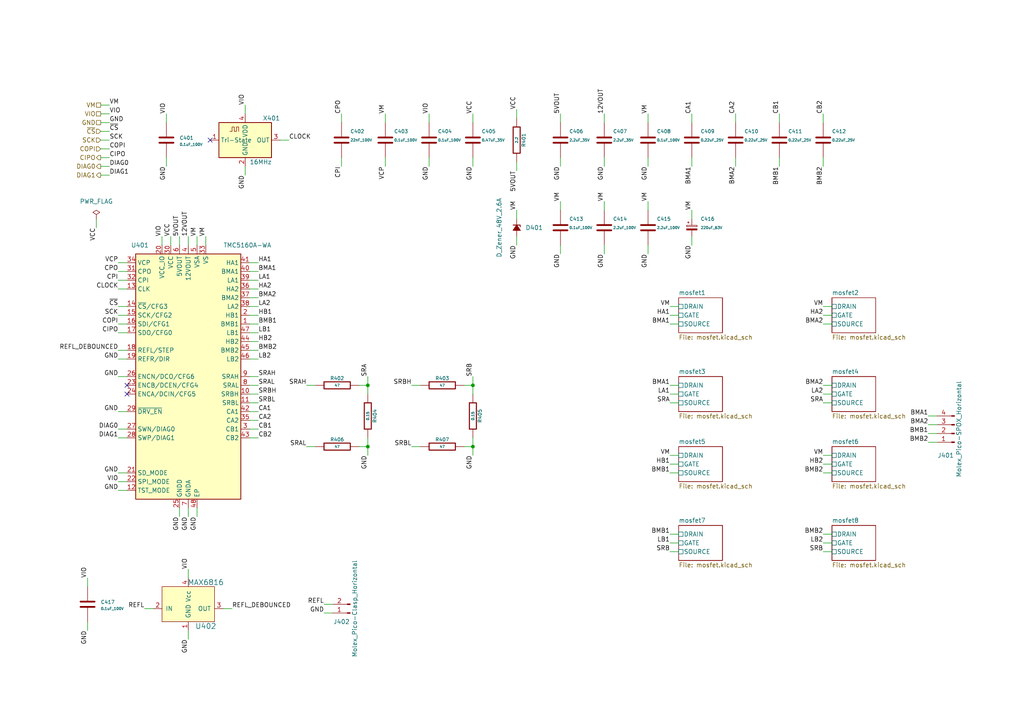
<source format=kicad_sch>
(kicad_sch (version 20230121) (generator eeschema)
  (paper "A4")
  (title_block (title "tmc5160-usb") (date "2024-05-10") (rev "1.0") (company "Howard Hughes Medical Institute"))
  (lib_symbols
    (symbol "Janelia:CP_220uF_50V_10.3x10.3mm_Hybrid_Antivib" (pin_numbers hide) (pin_names (offset 0.254) hide)
      (property "Reference" "C" (at 0.254 1.778 0))
      (property "Value" "220uF_63V" (at 0 0 0))
      (symbol "CP_220uF_50V_10.3x10.3mm_Hybrid_Antivib_0_1"
        (rectangle (start -1.524 -0.3048) (end 1.524 -0.6858) (fill (type outline)))
        (rectangle (start -1.524 0.6858) (end 1.524 0.3048))
        (polyline (pts (xy -1.27 1.524) (xy -0.762 1.524)))
        (polyline (pts (xy -1.016 1.27) (xy -1.016 1.778)))
      )
      (symbol "CP_220uF_50V_10.3x10.3mm_Hybrid_Antivib_1_1"
        (pin passive line (at 0 2.54 270) (length 1.8542) (name "~") (number "1"))
        (pin passive line (at 0 -2.54 90) (length 1.8542) (name "~") (number "2"))
      )
    )
    (symbol "Janelia:C_0.1uF_100V_0402" (pin_numbers hide) (pin_names (offset 0.254))
      (property "Reference" "C" (at 0 2.54 0))
      (property "Value" "0.1uF_100V" (at 0 0 0))
      (symbol "C_0.1uF_100V_0402_0_1"
        (polyline (pts (xy -2.032 -0.762) (xy 2.032 -0.762)) (stroke (width 0.508)))
        (polyline (pts (xy -2.032 0.762) (xy 2.032 0.762)) (stroke (width 0.508)))
      )
      (symbol "C_0.1uF_100V_0402_1_1"
        (pin passive line (at 0 5.08 270) (length 4.318) (name "~") (number "1"))
        (pin passive line (at 0 -5.08 90) (length 4.318) (name "~") (number "2"))
      )
    )
    (symbol "Janelia:C_0.22uF_25V_0402" (pin_numbers hide) (pin_names (offset 0.254))
      (property "Reference" "C" (at 0 2.54 0))
      (property "Value" "0.22uF_25V" (at 0 0 0))
      (symbol "C_0.22uF_25V_0402_0_1"
        (polyline (pts (xy -2.032 -0.762) (xy 2.032 -0.762)) (stroke (width 0.508)))
        (polyline (pts (xy -2.032 0.762) (xy 2.032 0.762)) (stroke (width 0.508)))
      )
      (symbol "C_0.22uF_25V_0402_1_1"
        (pin passive line (at 0 5.08 270) (length 4.318) (name "~") (number "1"))
        (pin passive line (at 0 -5.08 90) (length 4.318) (name "~") (number "2"))
      )
    )
    (symbol "Janelia:C_0.47uF_35V_0402" (pin_numbers hide) (pin_names (offset 0.254))
      (property "Reference" "C" (at 0 2.54 0))
      (property "Value" "0.47uF_35V" (at 0 0 0))
      (symbol "C_0.47uF_35V_0402_0_1"
        (polyline (pts (xy -2.032 -0.762) (xy 2.032 -0.762)) (stroke (width 0.508)))
        (polyline (pts (xy -2.032 0.762) (xy 2.032 0.762)) (stroke (width 0.508)))
      )
      (symbol "C_0.47uF_35V_0402_1_1"
        (pin passive line (at 0 5.08 270) (length 4.318) (name "~") (number "1"))
        (pin passive line (at 0 -5.08 90) (length 4.318) (name "~") (number "2"))
      )
    )
    (symbol "Janelia:C_2.2uF_100V_0805" (pin_numbers hide) (pin_names (offset 0.254))
      (property "Reference" "C" (at 0 2.54 0))
      (property "Value" "2.2uF_100V" (at 0 0 0))
      (symbol "C_2.2uF_100V_0805_0_1"
        (polyline (pts (xy -2.032 -0.762) (xy 2.032 -0.762)) (stroke (width 0.508)))
        (polyline (pts (xy -2.032 0.762) (xy 2.032 0.762)) (stroke (width 0.508)))
      )
      (symbol "C_2.2uF_100V_0805_1_1"
        (pin passive line (at 0 5.08 270) (length 4.318) (name "~") (number "1"))
        (pin passive line (at 0 -5.08 90) (length 4.318) (name "~") (number "2"))
      )
    )
    (symbol "Janelia:C_2.2uF_35V_0402" (pin_numbers hide) (pin_names (offset 0.254))
      (property "Reference" "C" (at 0 2.54 0))
      (property "Value" "2.2uF_35V" (at 0 0 0))
      (symbol "C_2.2uF_35V_0402_0_1"
        (polyline (pts (xy -2.032 -0.762) (xy 2.032 -0.762)) (stroke (width 0.508)))
        (polyline (pts (xy -2.032 0.762) (xy 2.032 0.762)) (stroke (width 0.508)))
      )
      (symbol "C_2.2uF_35V_0402_1_1"
        (pin passive line (at 0 5.08 270) (length 4.318) (name "~") (number "1"))
        (pin passive line (at 0 -5.08 90) (length 4.318) (name "~") (number "2"))
      )
    )
    (symbol "Janelia:C_22nF_100V_0603" (pin_numbers hide) (pin_names (offset 0.254))
      (property "Reference" "C" (at 0 2.54 0))
      (property "Value" "22nF_100V" (at 0 0 0))
      (symbol "C_22nF_100V_0603_0_1"
        (polyline (pts (xy -2.032 -0.762) (xy 2.032 -0.762)) (stroke (width 0.508)))
        (polyline (pts (xy -2.032 0.762) (xy 2.032 0.762)) (stroke (width 0.508)))
      )
      (symbol "C_22nF_100V_0603_1_1"
        (pin passive line (at 0 5.08 270) (length 4.318) (name "~") (number "1"))
        (pin passive line (at 0 -5.08 90) (length 4.318) (name "~") (number "2"))
      )
    )
    (symbol "Janelia:Conn_01x02_P1mm_Molex_Pico-Clasp-501330_Horizontal" (pin_names (offset 1.016) hide)
      (property "Reference" "J" (at 2.54 2.54 0))
      (property "Value" "Molex_Pico-Clasp_Horizontal" (at -1.27 -1.27 90))
      (symbol "Conn_01x02_P1mm_Molex_Pico-Clasp-501330_Horizontal_1_1"
        (polyline (pts (xy 1.27 -2.54) (xy 0.8636 -2.54)) (stroke (width 0.1524)))
        (polyline (pts (xy 1.27 0) (xy 0.8636 0)) (stroke (width 0.1524)))
        (rectangle (start 0.8636 -2.413) (end 0 -2.667) (stroke (width 0.1524)) (fill (type outline)))
        (rectangle (start 0.8636 0.127) (end 0 -0.127) (stroke (width 0.1524)) (fill (type outline)))
        (pin passive line (at 5.08 0 180) (length 3.81) (name "Pin_1") (number "1"))
        (pin passive line (at 5.08 -2.54 180) (length 3.81) (name "Pin_2") (number "2"))
      )
    )
    (symbol "Janelia:Conn_01x04_P1.5mm_Molex_Pico-SPOX-87438_Horizontal" (pin_names (offset 1.016) hide)
      (property "Reference" "J" (at 2.54 6.35 0))
      (property "Value" "Molex_Pico-SPOX_Horizontal" (at -1.27 -1.27 90))
      (symbol "Conn_01x04_P1.5mm_Molex_Pico-SPOX-87438_Horizontal_1_1"
        (polyline (pts (xy 1.27 -5.08) (xy 0.8636 -5.08)) (stroke (width 0.1524)))
        (polyline (pts (xy 1.27 -2.54) (xy 0.8636 -2.54)) (stroke (width 0.1524)))
        (polyline (pts (xy 1.27 0) (xy 0.8636 0)) (stroke (width 0.1524)))
        (polyline (pts (xy 1.27 2.54) (xy 0.8636 2.54)) (stroke (width 0.1524)))
        (rectangle (start 0.8636 -4.953) (end 0 -5.207) (stroke (width 0.1524)) (fill (type outline)))
        (rectangle (start 0.8636 -2.413) (end 0 -2.667) (stroke (width 0.1524)) (fill (type outline)))
        (rectangle (start 0.8636 0.127) (end 0 -0.127) (stroke (width 0.1524)) (fill (type outline)))
        (rectangle (start 0.8636 2.667) (end 0 2.413) (stroke (width 0.1524)) (fill (type outline)))
        (pin passive line (at 5.08 2.54 180) (length 3.81) (name "Pin_1") (number "1"))
        (pin passive line (at 5.08 0 180) (length 3.81) (name "Pin_2") (number "2"))
        (pin passive line (at 5.08 -2.54 180) (length 3.81) (name "Pin_3") (number "3"))
        (pin passive line (at 5.08 -5.08 180) (length 3.81) (name "Pin_4") (number "4"))
      )
    )
    (symbol "Janelia:D_Zener_48V_2.6A" (pin_numbers hide) (pin_names (offset 0.254) hide)
      (property "Reference" "D" (at 0 2.286 0))
      (property "Value" "D_Zener_48V_2.6A" (at 0 -2.286 0))
      (symbol "D_Zener_48V_2.6A_0_1"
        (polyline (pts (xy 0.762 0) (xy -0.762 0)))
        (polyline (pts (xy -0.254 1.016) (xy -0.762 1.016) (xy -0.762 -1.016)) (stroke (width 0.254)))
        (polyline (pts (xy 0.762 1.016) (xy -0.762 0) (xy 0.762 -1.016) (xy 0.762 1.016)) (stroke (width 0.254)) (fill (type outline)))
      )
      (symbol "D_Zener_48V_2.6A_1_1"
        (pin passive line (at -2.54 0 0) (length 1.778) (name "K") (number "1"))
        (pin passive line (at 2.54 0 180) (length 1.778) (name "A") (number "2"))
      )
    )
    (symbol "Janelia:MAX6816" (pin_names (offset 1.016))
      (property "Reference" "U" (at 5.08 -6.35 0))
      (property "Value" "MAX6816" (at 5.08 6.35 0))
      (symbol "MAX6816_1_1"
        (rectangle (start -7.62 5.08) (end 7.62 -5.08) (fill (type background)))
        (pin power_in line (at 0 -7.62 90) (length 2.54) (name "GND") (number "1"))
        (pin passive line (at -10.16 -1.27 0) (length 2.54) (name "IN") (number "2"))
        (pin output line (at 10.16 -1.27 180) (length 2.54) (name "OUT") (number "3"))
        (pin power_in line (at 0 7.62 270) (length 2.54) (name "Vcc") (number "4"))
      )
    )
    (symbol "Janelia:Oscillator_16MHz_ECS-2520S33"
      (property "Reference" "X" (at -5.08 6.35 0))
      (property "Value" "16MHz" (at 1.27 -6.35 0))
      (symbol "Oscillator_16MHz_ECS-2520S33_0_1"
        (rectangle (start -7.62 5.08) (end 7.62 -5.08) (stroke (width 0.254)) (fill (type background)))
        (polyline (pts (xy -4.445 2.54) (xy -3.81 2.54) (xy -3.81 3.81) (xy -3.175 3.81) (xy -3.175 2.54) (xy -2.54 2.54) (xy -2.54 3.81) (xy -1.905 3.81) (xy -1.905 2.54)))
      )
      (symbol "Oscillator_16MHz_ECS-2520S33_1_1"
        (pin input line (at -10.16 0 0) (length 2.54) (name "Tri-State") (number "1"))
        (pin power_in line (at 0 -7.62 90) (length 2.54) (name "GND") (number "2"))
        (pin output line (at 10.16 0 180) (length 2.54) (name "OUT") (number "3"))
        (pin power_in line (at 0 7.62 270) (length 2.54) (name "VDD") (number "4"))
      )
    )
    (symbol "Janelia:R_0.15_1W_1206_CS" (pin_numbers hide) (pin_names (offset 0))
      (property "Reference" "R" (at 2.032 0 90))
      (property "Value" "0.15" (at 0 0 90))
      (symbol "R_0.15_1W_1206_CS_0_1"
        (rectangle (start -1.016 3.81) (end 1.016 -3.81) (stroke (width 0.3048)))
      )
      (symbol "R_0.15_1W_1206_CS_1_1"
        (pin passive line (at 0 6.35 270) (length 2.54) (name "~") (number "1"))
        (pin passive line (at 0 -6.35 90) (length 2.54) (name "~") (number "2"))
      )
    )
    (symbol "Janelia:R_2.2_0402" (pin_numbers hide) (pin_names (offset 0))
      (property "Reference" "R" (at 2.032 0 90))
      (property "Value" "2.2" (at 0 0 90))
      (symbol "R_2.2_0402_0_1"
        (rectangle (start -1.016 3.81) (end 1.016 -3.81) (stroke (width 0.3048)))
      )
      (symbol "R_2.2_0402_1_1"
        (pin passive line (at 0 6.35 270) (length 2.54) (name "~") (number "1"))
        (pin passive line (at 0 -6.35 90) (length 2.54) (name "~") (number "2"))
      )
    )
    (symbol "Janelia:R_47_0.063W_0402" (pin_numbers hide) (pin_names (offset 0))
      (property "Reference" "R" (at 2.032 0 90))
      (property "Value" "47" (at 0 0 90))
      (symbol "R_47_0.063W_0402_0_1"
        (rectangle (start -1.016 3.81) (end 1.016 -3.81) (stroke (width 0.3048)))
      )
      (symbol "R_47_0.063W_0402_1_1"
        (pin passive line (at 0 6.35 270) (length 2.54) (name "~") (number "1"))
        (pin passive line (at 0 -6.35 90) (length 2.54) (name "~") (number "2"))
      )
    )
    (symbol "Janelia:TMC5160A-WA"
      (property "Reference" "U" (at -11.43 38.1 0))
      (property "Value" "TMC5160A-WA" (at 10.16 38.1 0))
      (symbol "TMC5160A-WA_1_0"
        (rectangle (start -15.24 -35.56) (end 15.24 35.56) (stroke (width 0.254)) (fill (type background)))
      )
      (symbol "TMC5160A-WA_1_1"
        (pin passive line (at 17.78 15.24 180) (length 2.54) (name "BMB1") (number "1"))
        (pin passive line (at 17.78 -5.08 180) (length 2.54) (name "SRBH") (number "10"))
        (pin passive line (at 17.78 -7.62 180) (length 2.54) (name "SRBL") (number "11"))
        (pin input line (at -17.78 -33.02 0) (length 2.54) (name "TST_MODE") (number "12"))
        (pin input line (at -17.78 25.4 0) (length 2.54) (name "CLK") (number "13"))
        (pin input line (at -17.78 20.32 0) (length 2.54) (name "~{CS}/CFG3") (number "14"))
        (pin input line (at -17.78 17.78 0) (length 2.54) (name "SCK/CFG2") (number "15"))
        (pin input line (at -17.78 15.24 0) (length 2.54) (name "SDI/CFG1") (number "16"))
        (pin bidirectional line (at -17.78 12.7 0) (length 2.54) (name "SDO/CFG0") (number "17"))
        (pin input line (at -17.78 7.62 0) (length 2.54) (name "REFL/STEP") (number "18"))
        (pin input line (at -17.78 5.08 0) (length 2.54) (name "REFR/DIR") (number "19"))
        (pin output line (at 17.78 17.78 180) (length 2.54) (name "HB1") (number "2"))
        (pin power_in line (at -7.62 38.1 270) (length 2.54) (name "VCC_IO") (number "20"))
        (pin input line (at -17.78 -27.94 0) (length 2.54) (name "SD_MODE") (number "21"))
        (pin input line (at -17.78 -30.48 0) (length 2.54) (name "SPI_MODE") (number "22"))
        (pin input line (at -17.78 -2.54 0) (length 2.54) (name "ENCB/DCEN/CFG4") (number "23"))
        (pin input line (at -17.78 -5.08 0) (length 2.54) (name "ENCA/DCIN/CFG5") (number "24"))
        (pin power_in line (at -2.54 -38.1 90) (length 2.54) (name "GNDD") (number "25"))
        (pin bidirectional line (at -17.78 0 0) (length 2.54) (name "ENCN/DCO/CFG6") (number "26"))
        (pin bidirectional line (at -17.78 -15.24 0) (length 2.54) (name "SWN/DIAG0") (number "27"))
        (pin bidirectional line (at -17.78 -17.78 0) (length 2.54) (name "SWP/DIAG1") (number "28"))
        (pin input line (at -17.78 -10.16 0) (length 2.54) (name "~{DRV_EN}") (number "29"))
        (pin passive line (at 17.78 -15.24 180) (length 2.54) (name "CB1") (number "3"))
        (pin power_in line (at -5.08 38.1 270) (length 2.54) (name "VCC") (number "30"))
        (pin passive line (at -17.78 30.48 0) (length 2.54) (name "CPO") (number "31"))
        (pin passive line (at -17.78 27.94 0) (length 2.54) (name "CPI") (number "32"))
        (pin power_in line (at 5.08 38.1 270) (length 2.54) (name "VS") (number "33"))
        (pin passive line (at -17.78 33.02 0) (length 2.54) (name "VCP") (number "34"))
        (pin passive line (at 17.78 -12.7 180) (length 2.54) (name "CA2") (number "35"))
        (pin output line (at 17.78 25.4 180) (length 2.54) (name "HA2") (number "36"))
        (pin passive line (at 17.78 22.86 180) (length 2.54) (name "BMA2") (number "37"))
        (pin output line (at 17.78 20.32 180) (length 2.54) (name "LA2") (number "38"))
        (pin output line (at 17.78 27.94 180) (length 2.54) (name "LA1") (number "39"))
        (pin power_out line (at 0 38.1 270) (length 2.54) (name "12VOUT") (number "4"))
        (pin passive line (at 17.78 30.48 180) (length 2.54) (name "BMA1") (number "40"))
        (pin output line (at 17.78 33.02 180) (length 2.54) (name "HA1") (number "41"))
        (pin passive line (at 17.78 -10.16 180) (length 2.54) (name "CA1") (number "42"))
        (pin passive line (at 17.78 -17.78 180) (length 2.54) (name "CB2") (number "43"))
        (pin output line (at 17.78 10.16 180) (length 2.54) (name "HB2") (number "44"))
        (pin passive line (at 17.78 7.62 180) (length 2.54) (name "BMB2") (number "45"))
        (pin output line (at 17.78 5.08 180) (length 2.54) (name "LB2") (number "46"))
        (pin output line (at 17.78 12.7 180) (length 2.54) (name "LB1") (number "47"))
        (pin power_in line (at 2.54 -38.1 90) (length 2.54) (name "EP") (number "48"))
        (pin power_in line (at 2.54 38.1 270) (length 2.54) (name "VSA") (number "5"))
        (pin power_out line (at -2.54 38.1 270) (length 2.54) (name "5VOUT") (number "6"))
        (pin power_in line (at 0 -38.1 90) (length 2.54) (name "GNDA") (number "7"))
        (pin passive line (at 17.78 -2.54 180) (length 2.54) (name "SRAL") (number "8"))
        (pin passive line (at 17.78 0 180) (length 2.54) (name "SRAH") (number "9"))
      )
    )
    (symbol "power:PWR_FLAG" (power) (pin_numbers hide) (pin_names (offset 0) hide)
      (property "Value" "PWR_FLAG" (at 0 3.81 0))
      (symbol "PWR_FLAG_0_0"
        (pin power_out line (at 0 0 90) (length 0) (name "pwr") (number "1"))
      )
      (symbol "PWR_FLAG_0_1"
        (polyline (pts (xy 0 0) (xy 0 1.27) (xy -1.016 1.905) (xy 0 2.54) (xy 1.016 1.905) (xy 0 1.27)))
      )
    )
  )
  (junction (at 106.68 111.76))
  (junction (at 137.16 129.54))
  (junction (at 137.16 111.76))
  (junction (at 106.68 129.54))
  (no_connect (at 36.83 114.3))
  (no_connect (at 60.96 40.64))
  (no_connect (at 36.83 111.76))
  (wire (pts (xy 194.31 132.08) (xy 196.85 132.08)))
  (wire (pts (xy 44.45 176.53) (xy 41.91 176.53)))
  (wire (pts (xy 72.39 93.98) (xy 74.93 93.98)))
  (wire (pts (xy 25.4 170.18) (xy 25.4 167.64)))
  (wire (pts (xy 238.76 93.98) (xy 241.3 93.98)))
  (wire (pts (xy 59.69 71.12) (xy 59.69 68.58)))
  (wire (pts (xy 106.68 114.3) (xy 106.68 111.76)))
  (wire (pts (xy 238.76 134.62) (xy 241.3 134.62)))
  (wire (pts (xy 72.39 88.9) (xy 74.93 88.9)))
  (wire (pts (xy 72.39 114.3) (xy 74.93 114.3)))
  (wire (pts (xy 175.26 60.96) (xy 175.26 58.42)))
  (wire (pts (xy 54.61 147.32) (xy 54.61 149.86)))
  (wire (pts (xy 194.31 160.02) (xy 196.85 160.02)))
  (wire (pts (xy 194.31 134.62) (xy 196.85 134.62)))
  (wire (pts (xy 111.76 35.56) (xy 111.76 33.02)))
  (wire (pts (xy 29.21 35.56) (xy 31.75 35.56)))
  (wire (pts (xy 72.39 81.28) (xy 74.93 81.28)))
  (wire (pts (xy 194.31 116.84) (xy 196.85 116.84)))
  (wire (pts (xy 194.31 111.76) (xy 196.85 111.76)))
  (wire (pts (xy 96.52 175.26) (xy 93.98 175.26)))
  (wire (pts (xy 29.21 50.8) (xy 31.75 50.8)))
  (wire (pts (xy 36.83 109.22) (xy 34.29 109.22)))
  (wire (pts (xy 187.96 71.12) (xy 187.96 73.66)))
  (wire (pts (xy 238.76 137.16) (xy 241.3 137.16)))
  (wire (pts (xy 106.68 129.54) (xy 106.68 132.08)))
  (wire (pts (xy 124.46 35.56) (xy 124.46 33.02)))
  (wire (pts (xy 269.24 123.19) (xy 271.78 123.19)))
  (wire (pts (xy 27.94 63.5) (xy 27.94 66.04)))
  (wire (pts (xy 194.31 93.98) (xy 196.85 93.98)))
  (wire (pts (xy 175.26 45.72) (xy 175.26 48.26)))
  (wire (pts (xy 29.21 48.26) (xy 31.75 48.26)))
  (wire (pts (xy 72.39 76.2) (xy 74.93 76.2)))
  (wire (pts (xy 72.39 109.22) (xy 74.93 109.22)))
  (wire (pts (xy 134.62 129.54) (xy 137.16 129.54)))
  (wire (pts (xy 104.14 111.76) (xy 106.68 111.76)))
  (wire (pts (xy 162.56 35.56) (xy 162.56 33.02)))
  (wire (pts (xy 29.21 43.18) (xy 31.75 43.18)))
  (wire (pts (xy 36.83 81.28) (xy 34.29 81.28)))
  (wire (pts (xy 238.76 116.84) (xy 241.3 116.84)))
  (wire (pts (xy 52.07 147.32) (xy 52.07 149.86)))
  (wire (pts (xy 36.83 83.82) (xy 34.29 83.82)))
  (wire (pts (xy 162.56 45.72) (xy 162.56 48.26)))
  (wire (pts (xy 96.52 177.8) (xy 93.98 177.8)))
  (wire (pts (xy 194.31 88.9) (xy 196.85 88.9)))
  (wire (pts (xy 54.61 182.88) (xy 54.61 185.42)))
  (wire (pts (xy 46.99 71.12) (xy 46.99 68.58)))
  (wire (pts (xy 137.16 114.3) (xy 137.16 111.76)))
  (wire (pts (xy 54.61 71.12) (xy 54.61 68.58)))
  (wire (pts (xy 36.83 142.24) (xy 34.29 142.24)))
  (wire (pts (xy 29.21 38.1) (xy 31.75 38.1)))
  (wire (pts (xy 72.39 91.44) (xy 74.93 91.44)))
  (wire (pts (xy 149.86 63.5) (xy 149.86 60.96)))
  (wire (pts (xy 71.12 33.02) (xy 71.12 30.48)))
  (wire (pts (xy 137.16 129.54) (xy 137.16 132.08)))
  (wire (pts (xy 194.31 114.3) (xy 196.85 114.3)))
  (wire (pts (xy 36.83 104.14) (xy 34.29 104.14)))
  (wire (pts (xy 36.83 137.16) (xy 34.29 137.16)))
  (wire (pts (xy 106.68 111.76) (xy 106.68 109.22)))
  (wire (pts (xy 137.16 127) (xy 137.16 129.54)))
  (wire (pts (xy 72.39 101.6) (xy 74.93 101.6)))
  (wire (pts (xy 72.39 121.92) (xy 74.93 121.92)))
  (wire (pts (xy 72.39 111.76) (xy 74.93 111.76)))
  (wire (pts (xy 238.76 157.48) (xy 241.3 157.48)))
  (wire (pts (xy 134.62 111.76) (xy 137.16 111.76)))
  (wire (pts (xy 106.68 127) (xy 106.68 129.54)))
  (wire (pts (xy 72.39 78.74) (xy 74.93 78.74)))
  (wire (pts (xy 81.28 40.64) (xy 83.82 40.64)))
  (wire (pts (xy 48.26 35.56) (xy 48.26 33.02)))
  (wire (pts (xy 71.12 48.26) (xy 71.12 50.8)))
  (wire (pts (xy 99.06 35.56) (xy 99.06 33.02)))
  (wire (pts (xy 25.4 180.34) (xy 25.4 182.88)))
  (wire (pts (xy 36.83 124.46) (xy 34.29 124.46)))
  (wire (pts (xy 213.36 35.56) (xy 213.36 33.02)))
  (wire (pts (xy 238.76 114.3) (xy 241.3 114.3)))
  (wire (pts (xy 36.83 119.38) (xy 34.29 119.38)))
  (wire (pts (xy 137.16 111.76) (xy 137.16 109.22)))
  (wire (pts (xy 72.39 127) (xy 74.93 127)))
  (wire (pts (xy 162.56 60.96) (xy 162.56 58.42)))
  (wire (pts (xy 72.39 119.38) (xy 74.93 119.38)))
  (wire (pts (xy 36.83 76.2) (xy 34.29 76.2)))
  (wire (pts (xy 29.21 45.72) (xy 31.75 45.72)))
  (wire (pts (xy 200.66 68.58) (xy 200.66 71.12)))
  (wire (pts (xy 99.06 45.72) (xy 99.06 48.26)))
  (wire (pts (xy 162.56 71.12) (xy 162.56 73.66)))
  (wire (pts (xy 91.44 111.76) (xy 88.9 111.76)))
  (wire (pts (xy 72.39 124.46) (xy 74.93 124.46)))
  (wire (pts (xy 238.76 88.9) (xy 241.3 88.9)))
  (wire (pts (xy 194.31 91.44) (xy 196.85 91.44)))
  (wire (pts (xy 194.31 154.94) (xy 196.85 154.94)))
  (wire (pts (xy 57.15 71.12) (xy 57.15 68.58)))
  (wire (pts (xy 57.15 147.32) (xy 57.15 149.86)))
  (wire (pts (xy 36.83 93.98) (xy 34.29 93.98)))
  (wire (pts (xy 226.06 35.56) (xy 226.06 33.02)))
  (wire (pts (xy 121.92 111.76) (xy 119.38 111.76)))
  (wire (pts (xy 64.77 176.53) (xy 67.31 176.53)))
  (wire (pts (xy 29.21 30.48) (xy 31.75 30.48)))
  (wire (pts (xy 175.26 71.12) (xy 175.26 73.66)))
  (wire (pts (xy 238.76 91.44) (xy 241.3 91.44)))
  (wire (pts (xy 149.86 34.29) (xy 149.86 31.75)))
  (wire (pts (xy 226.06 48.26) (xy 226.06 45.72)))
  (wire (pts (xy 238.76 48.26) (xy 238.76 45.72)))
  (wire (pts (xy 149.86 46.99) (xy 149.86 49.53)))
  (wire (pts (xy 104.14 129.54) (xy 106.68 129.54)))
  (wire (pts (xy 238.76 132.08) (xy 241.3 132.08)))
  (wire (pts (xy 149.86 68.58) (xy 149.86 71.12)))
  (wire (pts (xy 36.83 101.6) (xy 34.29 101.6)))
  (wire (pts (xy 36.83 91.44) (xy 34.29 91.44)))
  (wire (pts (xy 200.66 63.5) (xy 200.66 60.96)))
  (wire (pts (xy 175.26 35.56) (xy 175.26 33.02)))
  (wire (pts (xy 36.83 78.74) (xy 34.29 78.74)))
  (wire (pts (xy 72.39 104.14) (xy 74.93 104.14)))
  (wire (pts (xy 48.26 45.72) (xy 48.26 48.26)))
  (wire (pts (xy 36.83 88.9) (xy 34.29 88.9)))
  (wire (pts (xy 72.39 83.82) (xy 74.93 83.82)))
  (wire (pts (xy 72.39 99.06) (xy 74.93 99.06)))
  (wire (pts (xy 36.83 139.7) (xy 34.29 139.7)))
  (wire (pts (xy 269.24 120.65) (xy 271.78 120.65)))
  (wire (pts (xy 187.96 35.56) (xy 187.96 33.02)))
  (wire (pts (xy 36.83 96.52) (xy 34.29 96.52)))
  (wire (pts (xy 187.96 45.72) (xy 187.96 48.26)))
  (wire (pts (xy 54.61 167.64) (xy 54.61 165.1)))
  (wire (pts (xy 111.76 45.72) (xy 111.76 48.26)))
  (wire (pts (xy 124.46 45.72) (xy 124.46 48.26)))
  (wire (pts (xy 72.39 86.36) (xy 74.93 86.36)))
  (wire (pts (xy 121.92 129.54) (xy 119.38 129.54)))
  (wire (pts (xy 137.16 45.72) (xy 137.16 48.26)))
  (wire (pts (xy 137.16 35.56) (xy 137.16 33.02)))
  (wire (pts (xy 29.21 40.64) (xy 31.75 40.64)))
  (wire (pts (xy 269.24 128.27) (xy 271.78 128.27)))
  (wire (pts (xy 200.66 48.26) (xy 200.66 45.72)))
  (wire (pts (xy 52.07 71.12) (xy 52.07 68.58)))
  (wire (pts (xy 187.96 60.96) (xy 187.96 58.42)))
  (wire (pts (xy 29.21 33.02) (xy 31.75 33.02)))
  (wire (pts (xy 49.53 71.12) (xy 49.53 68.58)))
  (wire (pts (xy 72.39 96.52) (xy 74.93 96.52)))
  (wire (pts (xy 213.36 48.26) (xy 213.36 45.72)))
  (wire (pts (xy 238.76 35.56) (xy 238.76 33.02)))
  (wire (pts (xy 194.31 157.48) (xy 196.85 157.48)))
  (wire (pts (xy 238.76 111.76) (xy 241.3 111.76)))
  (wire (pts (xy 200.66 35.56) (xy 200.66 33.02)))
  (wire (pts (xy 238.76 160.02) (xy 241.3 160.02)))
  (wire (pts (xy 91.44 129.54) (xy 88.9 129.54)))
  (wire (pts (xy 238.76 154.94) (xy 241.3 154.94)))
  (wire (pts (xy 269.24 125.73) (xy 271.78 125.73)))
  (wire (pts (xy 72.39 116.84) (xy 74.93 116.84)))
  (wire (pts (xy 194.31 137.16) (xy 196.85 137.16)))
  (wire (pts (xy 36.83 127) (xy 34.29 127)))
  (label "VIO" (at 71.12 30.48 90))
  (label "SRBL" (at 119.38 129.54 180))
  (label "BMB1" (at 226.06 48.26 270))
  (label "HB2" (at 238.76 134.62 180))
  (label "SCK" (at 34.29 91.44 180))
  (label "VM" (at 59.69 68.58 90))
  (label "VIO" (at 48.26 33.02 90))
  (label "SRAH" (at 88.9 111.76 180))
  (label "GND" (at 200.66 71.12 270))
  (label "BMA1" (at 200.66 48.26 270))
  (label "GND" (at 34.29 104.14 180))
  (label "GND" (at 34.29 137.16 180))
  (label "CB2" (at 238.76 33.02 90))
  (label "BMA2" (at 74.93 86.36 0))
  (label "BMA1" (at 269.24 120.65 180))
  (label "VCC" (at 137.16 33.02 90))
  (label "VM" (at 149.86 60.96 90))
  (label "SRB" (at 238.76 160.02 180))
  (label "CB1" (at 226.06 33.02 90))
  (label "SRA" (at 238.76 116.84 180))
  (label "VIO" (at 31.75 33.02 0))
  (label "VCC" (at 149.86 31.75 90))
  (label "SRBH" (at 74.93 114.3 0))
  (label "VM" (at 200.66 60.96 90))
  (label "BMB1" (at 194.31 137.16 180))
  (label "LA1" (at 194.31 114.3 180))
  (label "VIO" (at 25.4 167.64 90))
  (label "CB1" (at 74.93 124.46 0))
  (label "GND" (at 34.29 142.24 180))
  (label "GND" (at 175.26 73.66 270))
  (label "GND" (at 149.86 71.12 270))
  (label "BMB1" (at 194.31 154.94 180))
  (label "GND" (at 187.96 73.66 270))
  (label "VIO" (at 54.61 165.1 90))
  (label "GND" (at 137.16 132.08 270))
  (label "COPI" (at 34.29 93.98 180))
  (label "BMA2" (at 213.36 48.26 270))
  (label "VM" (at 194.31 88.9 180))
  (label "DIAG1" (at 34.29 127 180))
  (label "BMA1" (at 194.31 111.76 180))
  (label "GND" (at 34.29 119.38 180))
  (label "LB2" (at 74.93 104.14 0))
  (label "CIPO" (at 34.29 96.52 180))
  (label "LB1" (at 74.93 96.52 0))
  (label "VM" (at 57.15 68.58 90))
  (label "LA2" (at 238.76 114.3 180))
  (label "~{CS}" (at 34.29 88.9 180))
  (label "VM" (at 194.31 132.08 180))
  (label "REFL_DEBOUNCED" (at 34.29 101.6 180))
  (label "5VOUT" (at 149.86 49.53 270))
  (label "BMA1" (at 194.31 93.98 180))
  (label "GND" (at 34.29 109.22 180))
  (label "CA2" (at 213.36 33.02 90))
  (label "GND" (at 106.68 132.08 270))
  (label "CIPO" (at 31.75 45.72 0))
  (label "CPI" (at 99.06 48.26 270))
  (label "BMB2" (at 238.76 48.26 270))
  (label "GND" (at 25.4 182.88 270))
  (label "VM" (at 31.75 30.48 0))
  (label "GND" (at 175.26 48.26 270))
  (label "SRBL" (at 74.93 116.84 0))
  (label "GND" (at 54.61 149.86 270))
  (label "GND" (at 187.96 48.26 270))
  (label "SRAL" (at 74.93 111.76 0))
  (label "12VOUT" (at 175.26 33.02 90))
  (label "COPI" (at 31.75 43.18 0))
  (label "BMA2" (at 269.24 123.19 180))
  (label "SRAH" (at 74.93 109.22 0))
  (label "HA1" (at 194.31 91.44 180))
  (label "GND" (at 162.56 73.66 270))
  (label "GND" (at 162.56 48.26 270))
  (label "BMB1" (at 269.24 125.73 180))
  (label "REFL_DEBOUNCED" (at 67.31 176.53 0))
  (label "DIAG1" (at 31.75 50.8 0))
  (label "VM" (at 238.76 132.08 180))
  (label "CA2" (at 74.93 121.92 0))
  (label "SRA" (at 194.31 116.84 180))
  (label "DIAG0" (at 34.29 124.46 180))
  (label "GND" (at 54.61 185.42 270))
  (label "SRB" (at 137.16 109.22 90))
  (label "HB2" (at 74.93 99.06 0))
  (label "GND" (at 48.26 48.26 270))
  (label "GND" (at 71.12 50.8 270))
  (label "DIAG0" (at 31.75 48.26 0))
  (label "VIO" (at 124.46 33.02 90))
  (label "LB1" (at 194.31 157.48 180))
  (label "HB1" (at 74.93 91.44 0))
  (label "BMB1" (at 74.93 93.98 0))
  (label "BMB2" (at 74.93 101.6 0))
  (label "GND" (at 93.98 177.8 180))
  (label "VCC" (at 49.53 68.58 90))
  (label "VM" (at 162.56 58.42 90))
  (label "VM" (at 187.96 58.42 90))
  (label "VM" (at 111.76 33.02 90))
  (label "VIO" (at 34.29 139.7 180))
  (label "CPO" (at 99.06 33.02 90))
  (label "~{CS}" (at 31.75 38.1 0))
  (label "VCC" (at 27.94 66.04 270))
  (label "CA1" (at 74.93 119.38 0))
  (label "VM" (at 175.26 58.42 90))
  (label "BMA2" (at 238.76 111.76 180))
  (label "GND" (at 57.15 149.86 270))
  (label "BMB2" (at 238.76 154.94 180))
  (label "BMA2" (at 238.76 93.98 180))
  (label "GND" (at 31.75 35.56 0))
  (label "REFL" (at 41.91 176.53 180))
  (label "BMA1" (at 74.93 78.74 0))
  (label "HA1" (at 74.93 76.2 0))
  (label "BMB2" (at 238.76 137.16 180))
  (label "SRB" (at 194.31 160.02 180))
  (label "LA1" (at 74.93 81.28 0))
  (label "SRAL" (at 88.9 129.54 180))
  (label "SCK" (at 31.75 40.64 0))
  (label "CA1" (at 200.66 33.02 90))
  (label "CPO" (at 34.29 78.74 180))
  (label "12VOUT" (at 54.61 68.58 90))
  (label "GND" (at 124.46 48.26 270))
  (label "VM" (at 238.76 88.9 180))
  (label "REFL" (at 93.98 175.26 180))
  (label "CB2" (at 74.93 127 0))
  (label "CLOCK" (at 34.29 83.82 180))
  (label "HB1" (at 194.31 134.62 180))
  (label "HA2" (at 74.93 83.82 0))
  (label "5VOUT" (at 52.07 68.58 90))
  (label "CLOCK" (at 83.82 40.64 0))
  (label "GND" (at 137.16 48.26 270))
  (label "VIO" (at 46.99 68.58 90))
  (label "VCP" (at 111.76 48.26 270))
  (label "BMB2" (at 269.24 128.27 180))
  (label "LB2" (at 238.76 157.48 180))
  (label "VCP" (at 34.29 76.2 180))
  (label "LA2" (at 74.93 88.9 0))
  (label "VM" (at 187.96 33.02 90))
  (label "GND" (at 52.07 149.86 270))
  (label "CPI" (at 34.29 81.28 180))
  (label "HA2" (at 238.76 91.44 180))
  (label "SRA" (at 106.68 109.22 90))
  (label "5VOUT" (at 162.56 33.02 90))
  (label "SRBH" (at 119.38 111.76 180))
  (hierarchical_label "DIAG0" (shape output) (at 29.21 48.26 180))
  (hierarchical_label "VIO" (shape passive) (at 29.21 33.02 180))
  (hierarchical_label "DIAG1" (shape output) (at 29.21 50.8 180))
  (hierarchical_label "VM" (shape passive) (at 29.21 30.48 180))
  (hierarchical_label "CIPO" (shape output) (at 29.21 45.72 180))
  (hierarchical_label "COPI" (shape input) (at 29.21 43.18 180))
  (hierarchical_label "GND" (shape passive) (at 29.21 35.56 180))
  (hierarchical_label "~{CS}" (shape input) (at 29.21 38.1 180))
  (hierarchical_label "SCK" (shape input) (at 29.21 40.64 180))
  (symbol (lib_id "Janelia:C_0.22uF_25V_0402") (at 226.06 40.64 0) (unit 1)
    (property "Reference" "C411" (at 228.6 38.1 0) (effects (font (size 1.016 1.016)) (justify left)))
    (property "Value" "0.22uF_25V" (at 228.6 40.64 0) (effects (font (size 0.762 0.762)) (justify left)))
    (property "Footprint" "Janelia:C_0402_1005Metric" (effects hide))
    (property "Vendor" "Digi-Key" (effects hide))
    (property "Vendor Part Number" "490-12245-1-ND" (effects hide))
    (property "Manufacturer" "Murata Electronics" (effects hide))
    (property "Manufacturer Part Number" "GRT155C81E224KE01D" (effects hide))
    (property "Package" "0402" (effects hide))
    (property "Synopsis" "CAP CER 0.22UF 25V X6S" (effects hide))
    (property "LCSC" "C126623" (effects hide))
  )
  (symbol (lib_id "Janelia:R_47_0.063W_0402") (at 97.79 129.54 90) (unit 1)
    (property "Reference" "R406" (at 97.79 127.508 90) (effects (font (size 1.016 1.016))))
    (property "Value" "47" (at 97.79 129.54 90) (effects (font (size 0.762 0.762))))
    (property "Footprint" "Janelia:R_0402_1005Metric" (effects hide))
    (property "Vendor" "Digi-Key" (effects hide))
    (property "Vendor Part Number" "RMCF0402FT47R0CT-ND" (effects hide))
    (property "Package" "0402" (effects hide))
    (property "Manufacturer" "Stackpole Electronics Inc" (effects hide))
    (property "Manufacturer Part Number" "RMCF0402FT47R0" (effects hide))
    (property "Synopsis" "RES 47 OHM 1% 1/16W" (effects hide))
    (property "LCSC" "C2479306" (effects hide))
  )
  (symbol (lib_id "Janelia:C_0.1uF_100V_0402") (at 187.96 40.64 0) (unit 1)
    (property "Reference" "C408" (at 190.5 38.1 0) (effects (font (size 1.016 1.016)) (justify left)))
    (property "Value" "0.1uF_100V" (at 190.5 40.64 0) (effects (font (size 0.762 0.762)) (justify left)))
    (property "Footprint" "Janelia:C_0402_1005Metric" (effects hide))
    (property "Vendor" "Digi-Key" (effects hide))
    (property "Vendor Part Number" "490-10458-1-ND" (effects hide))
    (property "Manufacturer" "Murata Electronics" (effects hide))
    (property "Manufacturer Part Number" "GRM155R62A104KE14D" (effects hide))
    (property "Package" "0402" (effects hide))
    (property "Synopsis" "CAP CER 0.1UF 100V X5R" (effects hide))
    (property "LCSC" "C162178" (effects hide))
  )
  (symbol (lib_id "Janelia:C_0.22uF_25V_0402") (at 200.66 40.64 0) (unit 1)
    (property "Reference" "C409" (at 203.2 38.1 0) (effects (font (size 1.016 1.016)) (justify left)))
    (property "Value" "0.22uF_25V" (at 203.2 40.64 0) (effects (font (size 0.762 0.762)) (justify left)))
    (property "Footprint" "Janelia:C_0402_1005Metric" (effects hide))
    (property "Vendor" "Digi-Key" (effects hide))
    (property "Vendor Part Number" "490-12245-1-ND" (effects hide))
    (property "Manufacturer" "Murata Electronics" (effects hide))
    (property "Manufacturer Part Number" "GRT155C81E224KE01D" (effects hide))
    (property "Package" "0402" (effects hide))
    (property "Synopsis" "CAP CER 0.22UF 25V X6S" (effects hide))
    (property "LCSC" "C126623" (effects hide))
  )
  (symbol (lib_id "Janelia:C_2.2uF_35V_0402") (at 162.56 40.64 0) (unit 1)
    (property "Reference" "C406" (at 165.1 38.1 0) (effects (font (size 1.016 1.016)) (justify left)))
    (property "Value" "2.2uF_35V" (at 165.1 40.64 0) (effects (font (size 0.762 0.762)) (justify left)))
    (property "Footprint" "Janelia:C_0402_1005Metric" (effects hide))
    (property "Vendor" "Digi-Key" (effects hide))
    (property "Vendor Part Number" "445-9028-1-ND" (effects hide))
    (property "Package" "0402" (effects hide))
    (property "Manufacturer" "TDK Corporation" (effects hide))
    (property "Manufacturer Part Number" "C1005X5R1V225K050BC" (effects hide))
    (property "Synopsis" "CAP CER 2.2UF 35V X5R" (effects hide))
    (property "LCSC" "C2167643" (effects hide))
  )
  (symbol (lib_id "Janelia:Conn_01x04_P1.5mm_Molex_Pico-SPOX-87438_Horizontal") (at 276.86 125.73 180) (unit 1)
    (property "Reference" "J401" (at 274.32 132.08 0))
    (property "Value" "Molex_Pico-SPOX_Horizontal" (at 278.13 124.46 90))
    (property "Footprint" "Janelia:Molex_Pico-SPOX-87438_1x04-P1.5mm_Horizontal" (effects hide))
    (property "Manufacturer" "Molex" (effects hide))
    (property "Manufacturer Part Number" "0874380443" (effects hide))
    (property "Vendor" "Digi-Key" (effects hide))
    (property "Vendor Part Number" "WM7648CT-ND" (effects hide))
    (property "Synopsis" "CONN HEADER SMD R/A 4POS 1.5MM" (effects hide))
    (property "LCSC" "C564208" (effects hide))
    (property "Package" "SMD" (effects hide))
  )
  (symbol (lib_id "Janelia:MAX6816") (at 54.61 175.26 0) (unit 1)
    (property "Reference" "U402" (at 59.69 181.61 0) (effects (font (size 1.524 1.524))))
    (property "Value" "MAX6816" (at 59.69 168.91 0) (effects (font (size 1.524 1.524))))
    (property "Footprint" "Janelia:SOT192P237X122-4N" (effects hide))
    (property "Package" "SOT-143" (effects hide))
    (property "Manufacturer" "Analog Devices Inc./Maxim Integrated" (effects hide))
    (property "Manufacturer Part Number" "MAX6816EUS+T" (effects hide))
    (property "Vendor" "Digi-Key" (effects hide))
    (property "Vendor Part Number" "MAX6816EUS+TCT-ND" (effects hide))
    (property "Sim.Enable" "0" (effects hide))
    (property "Synopsis" "IC SWITCH DEBOUNCER" (effects hide))
    (property "LCSC" "C41637" (effects hide))
  )
  (symbol (lib_id "Janelia:C_0.1uF_100V_0402") (at 48.26 40.64 0) (unit 1)
    (property "Reference" "C401" (at 52.07 40.005 0) (effects (font (size 1.016 1.016)) (justify left)))
    (property "Value" "0.1uF_100V" (at 52.07 41.9099 0) (effects (font (size 0.762 0.762)) (justify left)))
    (property "Footprint" "Janelia:C_0402_1005Metric" (effects hide))
    (property "Vendor" "Digi-Key" (effects hide))
    (property "Vendor Part Number" "490-10458-1-ND" (effects hide))
    (property "Manufacturer" "Murata Electronics" (effects hide))
    (property "Manufacturer Part Number" "GRM155R62A104KE14D" (effects hide))
    (property "Package" "0402" (effects hide))
    (property "Synopsis" "CAP CER 0.1UF 100V X5R" (effects hide))
    (property "LCSC" "C162178" (effects hide))
  )
  (symbol (lib_id "Janelia:C_0.22uF_25V_0402") (at 213.36 40.64 0) (unit 1)
    (property "Reference" "C410" (at 215.9 38.1 0) (effects (font (size 1.016 1.016)) (justify left)))
    (property "Value" "0.22uF_25V" (at 215.9 40.64 0) (effects (font (size 0.762 0.762)) (justify left)))
    (property "Footprint" "Janelia:C_0402_1005Metric" (effects hide))
    (property "Vendor" "Digi-Key" (effects hide))
    (property "Vendor Part Number" "490-12245-1-ND" (effects hide))
    (property "Manufacturer" "Murata Electronics" (effects hide))
    (property "Manufacturer Part Number" "GRT155C81E224KE01D" (effects hide))
    (property "Package" "0402" (effects hide))
    (property "Synopsis" "CAP CER 0.22UF 25V X6S" (effects hide))
    (property "LCSC" "C126623" (effects hide))
  )
  (symbol (lib_id "Janelia:C_0.1uF_100V_0402") (at 162.56 66.04 0) (unit 1)
    (property "Reference" "C413" (at 165.1 63.5 0) (effects (font (size 1.016 1.016)) (justify left)))
    (property "Value" "0.1uF_100V" (at 165.1 66.04 0) (effects (font (size 0.762 0.762)) (justify left)))
    (property "Footprint" "Janelia:C_0402_1005Metric" (effects hide))
    (property "Vendor" "Digi-Key" (effects hide))
    (property "Vendor Part Number" "490-10458-1-ND" (effects hide))
    (property "Manufacturer" "Murata Electronics" (effects hide))
    (property "Manufacturer Part Number" "GRM155R62A104KE14D" (effects hide))
    (property "Package" "0402" (effects hide))
    (property "Synopsis" "CAP CER 0.1UF 100V X5R" (effects hide))
    (property "LCSC" "C162178" (effects hide))
  )
  (symbol (lib_id "Janelia:TMC5160A-WA") (at 54.61 109.22 0) (unit 1)
    (property "Reference" "U401" (at 43.18 71.12 0) (effects (justify right)))
    (property "Value" "TMC5160A-WA" (at 64.77 71.12 0) (effects (justify left)))
    (property "Footprint" "Janelia:21-100593_ADI" (effects hide))
    (property "Datasheet" "https://www.analog.com/media/en/technical-documentation/data-sheets/TMC5160A_datasheet_rev1.18.pdf" (effects hide))
    (property "Package" "QFN-56-EP(8x8)" (effects hide))
    (property "Manufacturer" "Analog Devices Inc." (effects hide))
    (property "Manufacturer Part Number" "TMC5160A-WA" (effects hide))
    (property "Vendor" "Digi-Key" (effects hide))
    (property "Vendor Part Number" "505-TMC5160A-WA-ND" (effects hide))
    (property "Synopsis" "IC MTR DRVR BIPOLAR 8-60V" (effects hide))
    (property "LCSC" "C1161714" (effects hide))
  )
  (symbol (lib_id "Janelia:C_22nF_100V_0603") (at 99.06 40.64 0) (unit 1)
    (property "Reference" "C402" (at 101.6 38.1 0) (effects (font (size 1.016 1.016)) (justify left)))
    (property "Value" "22nF_100V" (at 101.6 40.64 0) (effects (font (size 0.762 0.762)) (justify left)))
    (property "Footprint" "Janelia:C_0603_1608Metric" (effects hide))
    (property "Vendor" "Digi-Key" (effects hide))
    (property "Vendor Part Number" "490-4782-1-ND" (effects hide))
    (property "Manufacturer" "Murata Electronics" (effects hide))
    (property "Manufacturer Part Number" "GCM188R72A223KA37D" (effects hide))
    (property "Package" "0603" (effects hide))
    (property "Synopsis" "CAP CER 0.022UF 100V X7R" (effects hide))
    (property "LCSC" "C161234" (effects hide))
  )
  (symbol (lib_id "Janelia:C_2.2uF_100V_0805") (at 187.96 66.04 0) (unit 1)
    (property "Reference" "C415" (at 190.5 63.5 0) (effects (font (size 1.016 1.016)) (justify left)))
    (property "Value" "2.2uF_100V" (at 190.5 66.04 0) (effects (font (size 0.762 0.762)) (justify left)))
    (property "Footprint" "Janelia:C_0805_2012Metric" (effects hide))
    (property "Vendor" "Digi-Key" (effects hide))
    (property "Vendor Part Number" "490-GRM21BD72A225KE01LCT-ND" (effects hide))
    (property "Package" "0805" (effects hide))
    (property "Manufacturer" "Murata Electronics" (effects hide))
    (property "Manufacturer Part Number" "GRM21BD72A225KE01L" (effects hide))
    (property "Synopsis" "CAP CER 2.2UF 100V X7T 0805" (effects hide))
    (property "LCSC" "C2981733" (effects hide))
  )
  (symbol (lib_id "Janelia:R_47_0.063W_0402") (at 97.79 111.76 90) (unit 1)
    (property "Reference" "R402" (at 97.79 109.728 90) (effects (font (size 1.016 1.016))))
    (property "Value" "47" (at 97.79 111.76 90) (effects (font (size 0.762 0.762))))
    (property "Footprint" "Janelia:R_0402_1005Metric" (effects hide))
    (property "Vendor" "Digi-Key" (effects hide))
    (property "Vendor Part Number" "RMCF0402FT47R0CT-ND" (effects hide))
    (property "Package" "0402" (effects hide))
    (property "Manufacturer" "Stackpole Electronics Inc" (effects hide))
    (property "Manufacturer Part Number" "RMCF0402FT47R0" (effects hide))
    (property "Synopsis" "RES 47 OHM 1% 1/16W" (effects hide))
    (property "LCSC" "C2479306" (effects hide))
  )
  (symbol (lib_id "Janelia:R_0.15_1W_1206_CS") (at 106.68 120.65 0) (unit 1)
    (property "Reference" "R404" (at 108.712 120.65 90) (effects (font (size 1.016 1.016))))
    (property "Value" "0.15" (at 106.68 120.65 90) (effects (font (size 0.762 0.762))))
    (property "Footprint" "Janelia:R_1206_3216Metric" (effects hide))
    (property "Vendor" "JLCPCB" (effects hide))
    (property "Vendor Part Number" "C2683383" (effects hide))
    (property "Package" "1206" (effects hide))
    (property "Manufacturer" "TA-I Tech" (effects hide))
    (property "Manufacturer Part Number" "RLH12FTCR150" (effects hide))
    (property "Synopsis" "1W 150m Surface Mount Current Sensing Resistor" (effects hide))
    (property "LCSC" "C2683383" (effects hide))
  )
  (symbol (lib_id "Janelia:D_Zener_48V_2.6A") (at 149.86 66.04 270) (unit 1)
    (property "Reference" "D401" (at 152.4 66.04 90) (effects (justify left)))
    (property "Value" "D_Zener_48V_2.6A" (at 144.78 66.04 0))
    (property "Footprint" "Janelia:SMFSeries_LTF" (effects hide))
    (property "Synopsis" "TVS SOD123FL 48V 200W UNIDIR" (effects hide))
    (property "Manufacturer" "Littelfuse Inc." (effects hide))
    (property "Manufacturer Part Number" "SMF48A" (effects hide))
    (property "Vendor" "Digi-Key" (effects hide))
    (property "Vendor Part Number" "F5832CT-ND" (effects hide))
    (property "Package" "SOD-123FL" (effects hide))
    (property "LCSC" "C1509577" (effects hide))
  )
  (symbol (lib_id "power:PWR_FLAG") (at 27.94 63.5 0) (unit 1)
    (property "Reference" "#FLG0401" (effects hide))
    (property "Value" "PWR_FLAG" (at 27.94 58.42 0))
  )
  (symbol (lib_id "Janelia:Oscillator_16MHz_ECS-2520S33") (at 71.12 40.64 0) (unit 1)
    (property "Reference" "X401" (at 76.2 34.29 0) (effects (justify left)))
    (property "Value" "16MHz" (at 72.39 46.99 0) (effects (justify left)))
    (property "Footprint" "Janelia:OSC_ECS-2520S33-160-FN-TR" (effects hide))
    (property "Manufacturer" "ECS Inc." (effects hide))
    (property "Manufacturer Part Number" "ECS-2520S33-160-FN-TR" (effects hide))
    (property "Vendor" "Digi-Key" (effects hide))
    (property "Vendor Part Number" "XC2195CT-ND" (effects hide))
    (property "Synopsis" "XTAL OSC XO 16.0000MHZ HCMOS SMD" (effects hide))
    (property "LCSC" "C2451298" (effects hide))
    (property "Package" "SMD2520-4P" (effects hide))
  )
  (symbol (lib_id "Janelia:Conn_01x02_P1mm_Molex_Pico-Clasp-501330_Horizontal") (at 101.6 177.8 180) (unit 1)
    (property "Reference" "J402" (at 99.06 180.34 0))
    (property "Value" "Molex_Pico-Clasp_Horizontal" (at 102.87 176.53 90))
    (property "Footprint" "Janelia:Molex_Pico-Clasp-501568_1x02_P1mm_Horizontal" (effects hide))
    (property "Synopsis" "CONN HEADER SMD R/A 2POS 1MM" (effects hide))
    (property "Manufacturer" "Molex" (effects hide))
    (property "Manufacturer Part Number" "5015680207" (effects hide))
    (property "Vendor" "Digi-Key" (effects hide))
    (property "Vendor Part Number" "WM7893CT-ND" (effects hide))
    (property "LCSC" "C505123" (effects hide))
    (property "Package" "SMD_P=1mm" (effects hide))
  )
  (symbol (lib_id "Janelia:R_47_0.063W_0402") (at 128.27 111.76 90) (unit 1)
    (property "Reference" "R403" (at 128.27 109.728 90) (effects (font (size 1.016 1.016))))
    (property "Value" "47" (at 128.27 111.76 90) (effects (font (size 0.762 0.762))))
    (property "Footprint" "Janelia:R_0402_1005Metric" (effects hide))
    (property "Vendor" "Digi-Key" (effects hide))
    (property "Vendor Part Number" "RMCF0402FT47R0CT-ND" (effects hide))
    (property "Package" "0402" (effects hide))
    (property "Manufacturer" "Stackpole Electronics Inc" (effects hide))
    (property "Manufacturer Part Number" "RMCF0402FT47R0" (effects hide))
    (property "Synopsis" "RES 47 OHM 1% 1/16W" (effects hide))
    (property "LCSC" "C2479306" (effects hide))
  )
  (symbol (lib_id "Janelia:C_0.47uF_35V_0402") (at 137.16 40.64 0) (unit 1)
    (property "Reference" "C405" (at 139.7 38.1 0) (effects (font (size 1.016 1.016)) (justify left)))
    (property "Value" "0.47uF_35V" (at 139.7 40.64 0) (effects (font (size 0.762 0.762)) (justify left)))
    (property "Footprint" "Janelia:C_0402_1005Metric" (effects hide))
    (property "Vendor" "Digi-Key" (effects hide))
    (property "Vendor Part Number" "490-12273-1-ND" (effects hide))
    (property "Package" "0402" (effects hide))
    (property "Manufacturer" "Murata Electronics" (effects hide))
    (property "Manufacturer Part Number" "GRT155R6YA474KE01D" (effects hide))
    (property "Synopsis" "CAP CER 0.47UF 35V X5R" (effects hide))
    (property "LCSC" "C711580" (effects hide))
  )
  (symbol (lib_id "Janelia:CP_220uF_50V_10.3x10.3mm_Hybrid_Antivib") (at 200.66 66.04 0) (unit 1)
    (property "Reference" "C416" (at 203.2 63.5 0) (effects (font (size 1.016 1.016)) (justify left)))
    (property "Value" "220uF_63V" (at 203.2 66.04 0) (effects (font (size 0.762 0.762)) (justify left)))
    (property "Footprint" "Janelia:CP_Hybrid_EEHZS1H221V" (effects hide))
    (property "Vendor" "Digi-Key" (effects hide))
    (property "Vendor Part Number" "P124108CT-ND" (effects hide))
    (property "Synopsis" "CAP ALUM HYB 220UF 20% 50V SMD" (effects hide))
    (property "Manufacturer" "Panasonic Electronic Components" (effects hide))
    (property "Manufacturer Part Number" "EEH-ZS1H221V" (effects hide))
    (property "LCSC" "C454279" (effects hide))
    (property "Package" "SMD_D10xL16.8mm" (effects hide))
  )
  (symbol (lib_id "Janelia:C_0.22uF_25V_0402") (at 238.76 40.64 0) (unit 1)
    (property "Reference" "C412" (at 241.3 38.1 0) (effects (font (size 1.016 1.016)) (justify left)))
    (property "Value" "0.22uF_25V" (at 241.3 40.64 0) (effects (font (size 0.762 0.762)) (justify left)))
    (property "Footprint" "Janelia:C_0402_1005Metric" (effects hide))
    (property "Vendor" "Digi-Key" (effects hide))
    (property "Vendor Part Number" "490-12245-1-ND" (effects hide))
    (property "Manufacturer" "Murata Electronics" (effects hide))
    (property "Manufacturer Part Number" "GRT155C81E224KE01D" (effects hide))
    (property "Package" "0402" (effects hide))
    (property "Synopsis" "CAP CER 0.22UF 25V X6S" (effects hide))
    (property "LCSC" "C126623" (effects hide))
  )
  (symbol (lib_id "Janelia:R_47_0.063W_0402") (at 128.27 129.54 90) (unit 1)
    (property "Reference" "R407" (at 128.27 127.508 90) (effects (font (size 1.016 1.016))))
    (property "Value" "47" (at 128.27 129.54 90) (effects (font (size 0.762 0.762))))
    (property "Footprint" "Janelia:R_0402_1005Metric" (effects hide))
    (property "Vendor" "Digi-Key" (effects hide))
    (property "Vendor Part Number" "RMCF0402FT47R0CT-ND" (effects hide))
    (property "Package" "0402" (effects hide))
    (property "Manufacturer" "Stackpole Electronics Inc" (effects hide))
    (property "Manufacturer Part Number" "RMCF0402FT47R0" (effects hide))
    (property "Synopsis" "RES 47 OHM 1% 1/16W" (effects hide))
    (property "LCSC" "C2479306" (effects hide))
  )
  (symbol (lib_id "Janelia:R_2.2_0402") (at 149.86 40.64 0) (unit 1)
    (property "Reference" "R401" (at 151.892 40.64 90) (effects (font (size 1.016 1.016))))
    (property "Value" "2.2" (at 149.86 40.64 90) (effects (font (size 0.762 0.762))))
    (property "Footprint" "Janelia:R_0402_1005Metric" (effects hide))
    (property "Vendor" "Digi-Key" (effects hide))
    (property "Vendor Part Number" "P2.2JCT-ND" (effects hide))
    (property "Package" "0402" (effects hide))
    (property "Manufacturer" "Panasonic Electronic Components" (effects hide))
    (property "Manufacturer Part Number" "ERJ-2GEJ2R2X" (effects hide))
    (property "Synopsis" "RES SMD 2.2 OHM 5% 1/10W" (effects hide))
    (property "LCSC" "C412897" (effects hide))
  )
  (symbol (lib_id "Janelia:C_0.1uF_100V_0402") (at 124.46 40.64 0) (unit 1)
    (property "Reference" "C404" (at 127 38.1 0) (effects (font (size 1.016 1.016)) (justify left)))
    (property "Value" "0.1uF_100V" (at 127 40.64 0) (effects (font (size 0.762 0.762)) (justify left)))
    (property "Footprint" "Janelia:C_0402_1005Metric" (effects hide))
    (property "Vendor" "Digi-Key" (effects hide))
    (property "Vendor Part Number" "490-10458-1-ND" (effects hide))
    (property "Manufacturer" "Murata Electronics" (effects hide))
    (property "Manufacturer Part Number" "GRM155R62A104KE14D" (effects hide))
    (property "Package" "0402" (effects hide))
    (property "Synopsis" "CAP CER 0.1UF 100V X5R" (effects hide))
    (property "LCSC" "C162178" (effects hide))
  )
  (symbol (lib_id "Janelia:R_0.15_1W_1206_CS") (at 137.16 120.65 0) (unit 1)
    (property "Reference" "R405" (at 139.192 120.65 90) (effects (font (size 1.016 1.016))))
    (property "Value" "0.15" (at 137.16 120.65 90) (effects (font (size 0.762 0.762))))
    (property "Footprint" "Janelia:R_1206_3216Metric" (effects hide))
    (property "Vendor" "JLCPCB" (effects hide))
    (property "Vendor Part Number" "C2683383" (effects hide))
    (property "Package" "1206" (effects hide))
    (property "Manufacturer" "TA-I Tech" (effects hide))
    (property "Manufacturer Part Number" "RLH12FTCR150" (effects hide))
    (property "Synopsis" "1W 150m Surface Mount Current Sensing Resistor" (effects hide))
    (property "LCSC" "C2683383" (effects hide))
  )
  (symbol (lib_id "Janelia:C_2.2uF_35V_0402") (at 175.26 40.64 0) (unit 1)
    (property "Reference" "C407" (at 177.8 38.1 0) (effects (font (size 1.016 1.016)) (justify left)))
    (property "Value" "2.2uF_35V" (at 177.8 40.64 0) (effects (font (size 0.762 0.762)) (justify left)))
    (property "Footprint" "Janelia:C_0402_1005Metric" (effects hide))
    (property "Vendor" "Digi-Key" (effects hide))
    (property "Vendor Part Number" "445-9028-1-ND" (effects hide))
    (property "Package" "0402" (effects hide))
    (property "Manufacturer" "TDK Corporation" (effects hide))
    (property "Manufacturer Part Number" "C1005X5R1V225K050BC" (effects hide))
    (property "Synopsis" "CAP CER 2.2UF 35V X5R" (effects hide))
    (property "LCSC" "C2167643" (effects hide))
  )
  (symbol (lib_id "Janelia:C_2.2uF_100V_0805") (at 175.26 66.04 0) (unit 1)
    (property "Reference" "C414" (at 177.8 63.5 0) (effects (font (size 1.016 1.016)) (justify left)))
    (property "Value" "2.2uF_100V" (at 177.8 66.04 0) (effects (font (size 0.762 0.762)) (justify left)))
    (property "Footprint" "Janelia:C_0805_2012Metric" (effects hide))
    (property "Vendor" "Digi-Key" (effects hide))
    (property "Vendor Part Number" "490-GRM21BD72A225KE01LCT-ND" (effects hide))
    (property "Package" "0805" (effects hide))
    (property "Manufacturer" "Murata Electronics" (effects hide))
    (property "Manufacturer Part Number" "GRM21BD72A225KE01L" (effects hide))
    (property "Synopsis" "CAP CER 2.2UF 100V X7T 0805" (effects hide))
    (property "LCSC" "C2981733" (effects hide))
  )
  (symbol (lib_id "Janelia:C_0.1uF_100V_0402") (at 111.76 40.64 0) (unit 1)
    (property "Reference" "C403" (at 114.3 38.1 0) (effects (font (size 1.016 1.016)) (justify left)))
    (property "Value" "0.1uF_100V" (at 114.3 40.64 0) (effects (font (size 0.762 0.762)) (justify left)))
    (property "Footprint" "Janelia:C_0402_1005Metric" (effects hide))
    (property "Vendor" "Digi-Key" (effects hide))
    (property "Vendor Part Number" "490-10458-1-ND" (effects hide))
    (property "Manufacturer" "Murata Electronics" (effects hide))
    (property "Manufacturer Part Number" "GRM155R62A104KE14D" (effects hide))
    (property "Package" "0402" (effects hide))
    (property "Synopsis" "CAP CER 0.1UF 100V X5R" (effects hide))
    (property "LCSC" "C162178" (effects hide))
  )
  (symbol (lib_id "Janelia:C_0.1uF_100V_0402") (at 25.4 175.26 0) (unit 1)
    (property "Reference" "C417" (at 29.21 174.625 0) (effects (font (size 1.016 1.016)) (justify left)))
    (property "Value" "0.1uF_100V" (at 29.21 176.5299 0) (effects (font (size 0.762 0.762)) (justify left)))
    (property "Footprint" "Janelia:C_0402_1005Metric" (effects hide))
    (property "Vendor" "Digi-Key" (effects hide))
    (property "Vendor Part Number" "490-10458-1-ND" (effects hide))
    (property "Manufacturer" "Murata Electronics" (effects hide))
    (property "Manufacturer Part Number" "GRM155R62A104KE14D" (effects hide))
    (property "Package" "0402" (effects hide))
    (property "Synopsis" "CAP CER 0.1UF 100V X5R" (effects hide))
    (property "LCSC" "C162178" (effects hide))
  )
  (sheet (at 196.85 109.22) (size 12.7 10.16) (stroke (width 0.1524))
    (property "Sheetname" "mosfet3" (at 196.85 108.5084 0) (effects (justify left bottom)))
    (property "Sheetfile" "mosfet.kicad_sch" (at 196.85 119.9646 0) (effects (justify left top)))
    (pin "DRAIN" passive (at 196.85 111.76 180))
    (pin "GATE" passive (at 196.85 114.3 180))
    (pin "SOURCE" passive (at 196.85 116.84 180))
  )
  (sheet (at 196.85 86.36) (size 12.7 10.16) (stroke (width 0.1524))
    (property "Sheetname" "mosfet1" (at 196.85 85.6484 0) (effects (justify left bottom)))
    (property "Sheetfile" "mosfet.kicad_sch" (at 196.85 97.1046 0) (effects (justify left top)))
    (pin "DRAIN" passive (at 196.85 88.9 180))
    (pin "GATE" passive (at 196.85 91.44 180))
    (pin "SOURCE" passive (at 196.85 93.98 180))
  )
  (sheet (at 241.3 129.54) (size 12.7 10.16) (stroke (width 0.1524))
    (property "Sheetname" "mosfet6" (at 241.3 128.8284 0) (effects (justify left bottom)))
    (property "Sheetfile" "mosfet.kicad_sch" (at 241.3 140.2846 0) (effects (justify left top)))
    (pin "DRAIN" passive (at 241.3 132.08 180))
    (pin "GATE" passive (at 241.3 134.62 180))
    (pin "SOURCE" passive (at 241.3 137.16 180))
  )
  (sheet (at 196.85 152.4) (size 12.7 10.16) (stroke (width 0.1524))
    (property "Sheetname" "mosfet7" (at 196.85 151.6884 0) (effects (justify left bottom)))
    (property "Sheetfile" "mosfet.kicad_sch" (at 196.85 163.1446 0) (effects (justify left top)))
    (pin "DRAIN" passive (at 196.85 154.94 180))
    (pin "GATE" passive (at 196.85 157.48 180))
    (pin "SOURCE" passive (at 196.85 160.02 180))
  )
  (sheet (at 241.3 109.22) (size 12.7 10.16) (stroke (width 0.1524))
    (property "Sheetname" "mosfet4" (at 241.3 108.5084 0) (effects (justify left bottom)))
    (property "Sheetfile" "mosfet.kicad_sch" (at 241.3 119.9646 0) (effects (justify left top)))
    (pin "DRAIN" passive (at 241.3 111.76 180))
    (pin "GATE" passive (at 241.3 114.3 180))
    (pin "SOURCE" passive (at 241.3 116.84 180))
  )
  (sheet (at 241.3 152.4) (size 12.7 10.16) (stroke (width 0.1524))
    (property "Sheetname" "mosfet8" (at 241.3 151.6884 0) (effects (justify left bottom)))
    (property "Sheetfile" "mosfet.kicad_sch" (at 241.3 163.1446 0) (effects (justify left top)))
    (pin "DRAIN" passive (at 241.3 154.94 180))
    (pin "GATE" passive (at 241.3 157.48 180))
    (pin "SOURCE" passive (at 241.3 160.02 180))
  )
  (sheet (at 241.3 86.36) (size 12.7 10.16) (stroke (width 0.1524))
    (property "Sheetname" "mosfet2" (at 241.3 85.6484 0) (effects (justify left bottom)))
    (property "Sheetfile" "mosfet.kicad_sch" (at 241.3 97.1046 0) (effects (justify left top)))
    (pin "DRAIN" passive (at 241.3 88.9 180))
    (pin "GATE" passive (at 241.3 91.44 180))
    (pin "SOURCE" passive (at 241.3 93.98 180))
  )
  (sheet (at 196.85 129.54) (size 12.7 10.16) (stroke (width 0.1524))
    (property "Sheetname" "mosfet5" (at 196.85 128.8284 0) (effects (justify left bottom)))
    (property "Sheetfile" "mosfet.kicad_sch" (at 196.85 140.2846 0) (effects (justify left top)))
    (pin "DRAIN" passive (at 196.85 132.08 180))
    (pin "GATE" passive (at 196.85 134.62 180))
    (pin "SOURCE" passive (at 196.85 137.16 180))
  )
)
</source>
